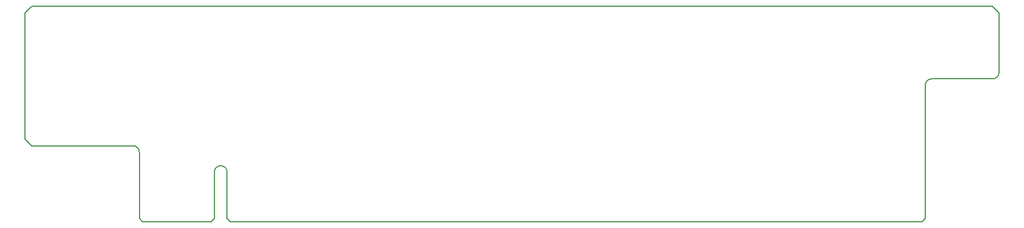
<source format=gbr>
G04 #@! TF.GenerationSoftware,KiCad,Pcbnew,(5.1.5)-3*
G04 #@! TF.CreationDate,2021-02-17T14:45:42+01:00*
G04 #@! TF.ProjectId,riser leopard 1OU,72697365-7220-46c6-956f-706172642031,rev?*
G04 #@! TF.SameCoordinates,PX4a62f80PY5f5e100*
G04 #@! TF.FileFunction,Profile,NP*
%FSLAX46Y46*%
G04 Gerber Fmt 4.6, Leading zero omitted, Abs format (unit mm)*
G04 Created by KiCad (PCBNEW (5.1.5)-3) date 2021-02-17 14:45:42*
%MOMM*%
%LPD*%
G04 APERTURE LIST*
%ADD10C,0.200000*%
G04 APERTURE END LIST*
D10*
X119300000Y-6510000D02*
G75*
G02X120250000Y-5560000I950000J0D01*
G01*
X120250000Y-5560000D02*
X129350000Y-5560000D01*
X130300000Y-4610000D02*
G75*
G02X129350000Y-5560000I-950000J0D01*
G01*
X130300000Y-4610000D02*
X130300000Y4340000D01*
X130300000Y4340000D02*
X129300000Y5340000D01*
X129300000Y5340000D02*
X-14050000Y5340000D01*
X-14050000Y5340000D02*
X-15050000Y4340000D01*
X-15050000Y4340000D02*
X-15050000Y-14560000D01*
X-15050000Y-14560000D02*
X-14050000Y-15560000D01*
X-14050000Y-15560000D02*
X1050000Y-15560000D01*
X1050000Y-15560000D02*
G75*
G02X2000000Y-16510000I0J-950000D01*
G01*
X2000000Y-16510000D02*
X2000000Y-26460000D01*
X2000000Y-26460000D02*
X2500000Y-26960000D01*
X2500000Y-26960000D02*
X12700000Y-26960000D01*
X12700000Y-26960000D02*
X13200000Y-26460000D01*
X13200000Y-26460000D02*
X13200000Y-19510000D01*
X13200000Y-19510000D02*
G75*
G02X15100000Y-19510000I950000J0D01*
G01*
X15100000Y-19510000D02*
X15100000Y-26460000D01*
X15100000Y-26460000D02*
X15600000Y-26960000D01*
X15600000Y-26960000D02*
X118800000Y-26960000D01*
X118800000Y-26960000D02*
X119300000Y-26460000D01*
X119300000Y-26460000D02*
X119300000Y-6510000D01*
M02*

</source>
